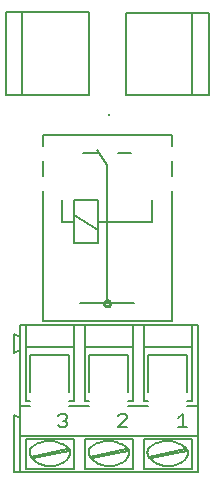
<source format=gto>
G75*
%MOIN*%
%OFA0B0*%
%FSLAX24Y24*%
%IPPOS*%
%LPD*%
%AMOC8*
5,1,8,0,0,1.08239X$1,22.5*
%
%ADD10R,0.0079X0.0079*%
%ADD11C,0.0060*%
%ADD12C,0.0050*%
%ADD13C,0.0100*%
D10*
X006813Y013754D03*
D11*
X003627Y003782D02*
X003627Y001882D01*
X003827Y001882D01*
X009767Y001882D01*
X009767Y003082D01*
X003827Y003082D01*
X003827Y003682D01*
X003827Y004082D01*
X004177Y004082D01*
X004177Y004232D02*
X004027Y004232D01*
X004027Y006032D01*
X005627Y006032D01*
X005627Y004232D01*
X005467Y004232D01*
X005477Y004082D02*
X006137Y004082D01*
X006147Y004232D02*
X005997Y004232D01*
X005997Y006032D01*
X005997Y006782D01*
X005627Y006782D01*
X004027Y006782D01*
X004027Y006032D01*
X003827Y005932D02*
X003827Y004082D01*
X003627Y003782D02*
X003827Y003682D01*
X003827Y003082D02*
X003827Y001882D01*
X004027Y001982D02*
X004027Y002982D01*
X005627Y002982D01*
X005627Y001982D01*
X004027Y001982D01*
X004267Y002332D02*
X005467Y002582D01*
X005417Y002632D02*
X004217Y002382D01*
X004227Y002342D02*
X004208Y002366D01*
X004192Y002391D01*
X004179Y002419D01*
X004169Y002447D01*
X004162Y002477D01*
X004158Y002507D01*
X004158Y002537D01*
X004162Y002568D01*
X004169Y002597D01*
X004179Y002626D01*
X004192Y002653D01*
X004208Y002679D01*
X004227Y002702D01*
X004249Y002724D01*
X004231Y002710D02*
X004280Y002745D01*
X004332Y002776D01*
X004385Y002804D01*
X004440Y002829D01*
X004496Y002850D01*
X004554Y002868D01*
X004612Y002882D01*
X004672Y002892D01*
X004732Y002899D01*
X004792Y002902D01*
X004852Y002901D01*
X004912Y002896D01*
X004972Y002888D01*
X005031Y002876D01*
X005089Y002860D01*
X005146Y002840D01*
X005202Y002817D01*
X005256Y002791D01*
X005308Y002761D01*
X005359Y002728D01*
X005407Y002692D01*
X005390Y002706D02*
X005416Y002689D01*
X005439Y002670D01*
X005459Y002647D01*
X005476Y002623D01*
X005490Y002596D01*
X005501Y002567D01*
X005507Y002538D01*
X005510Y002508D01*
X005509Y002477D01*
X005504Y002448D01*
X005495Y002419D01*
X005482Y002391D01*
X005466Y002366D01*
X005447Y002342D01*
X005997Y001982D02*
X005997Y002982D01*
X007597Y002982D01*
X007597Y001982D01*
X005997Y001982D01*
X006237Y002332D02*
X007437Y002582D01*
X007387Y002632D02*
X006187Y002382D01*
X006197Y002342D02*
X006178Y002366D01*
X006162Y002391D01*
X006149Y002419D01*
X006139Y002447D01*
X006132Y002477D01*
X006128Y002507D01*
X006128Y002537D01*
X006132Y002568D01*
X006139Y002597D01*
X006149Y002626D01*
X006162Y002653D01*
X006178Y002679D01*
X006197Y002702D01*
X006219Y002724D01*
X006195Y002340D02*
X006232Y002300D01*
X006272Y002263D01*
X006314Y002228D01*
X006358Y002197D01*
X006404Y002168D01*
X006452Y002143D01*
X006502Y002120D01*
X006553Y002102D01*
X006605Y002086D01*
X006659Y002075D01*
X006712Y002067D01*
X006767Y002062D01*
X006821Y002061D01*
X006876Y002064D01*
X006930Y002070D01*
X006983Y002080D01*
X007036Y002094D01*
X007087Y002111D01*
X007138Y002132D01*
X007187Y002155D01*
X007234Y002183D01*
X007279Y002213D01*
X007323Y002246D01*
X007363Y002282D01*
X007402Y002321D01*
X007437Y002362D01*
X007417Y002342D02*
X007436Y002366D01*
X007452Y002391D01*
X007465Y002419D01*
X007474Y002448D01*
X007479Y002477D01*
X007480Y002508D01*
X007477Y002538D01*
X007471Y002567D01*
X007460Y002596D01*
X007446Y002623D01*
X007429Y002647D01*
X007409Y002670D01*
X007386Y002689D01*
X007360Y002706D01*
X007967Y002982D02*
X007967Y001982D01*
X009567Y001982D01*
X009567Y002982D01*
X007967Y002982D01*
X008179Y002724D02*
X008157Y002702D01*
X008138Y002679D01*
X008122Y002653D01*
X008109Y002626D01*
X008099Y002597D01*
X008092Y002568D01*
X008088Y002537D01*
X008088Y002507D01*
X008092Y002477D01*
X008099Y002447D01*
X008109Y002419D01*
X008122Y002391D01*
X008138Y002366D01*
X008157Y002342D01*
X008197Y002332D02*
X009397Y002582D01*
X009347Y002632D02*
X008147Y002382D01*
X008161Y002710D02*
X008210Y002745D01*
X008262Y002776D01*
X008315Y002804D01*
X008370Y002829D01*
X008426Y002850D01*
X008484Y002868D01*
X008542Y002882D01*
X008602Y002892D01*
X008662Y002899D01*
X008722Y002902D01*
X008782Y002901D01*
X008842Y002896D01*
X008902Y002888D01*
X008961Y002876D01*
X009019Y002860D01*
X009076Y002840D01*
X009132Y002817D01*
X009186Y002791D01*
X009238Y002761D01*
X009289Y002728D01*
X009337Y002692D01*
X009320Y002706D02*
X009346Y002689D01*
X009369Y002670D01*
X009389Y002647D01*
X009406Y002623D01*
X009420Y002596D01*
X009431Y002567D01*
X009437Y002538D01*
X009440Y002508D01*
X009439Y002477D01*
X009434Y002448D01*
X009425Y002419D01*
X009412Y002391D01*
X009396Y002366D01*
X009377Y002342D01*
X009767Y003082D02*
X009767Y004082D01*
X009417Y004082D01*
X009417Y004232D02*
X009567Y004232D01*
X009567Y006032D01*
X009567Y006782D01*
X007967Y006782D01*
X007597Y006782D01*
X005997Y006782D01*
X005627Y006782D02*
X005627Y006032D01*
X005477Y005782D02*
X005477Y004532D01*
X006147Y004532D02*
X006147Y005782D01*
X007447Y005782D01*
X007447Y004532D01*
X007447Y004232D02*
X007597Y004232D01*
X007597Y006032D01*
X005997Y006032D01*
X005477Y005782D02*
X004177Y005782D01*
X004177Y004532D01*
X003627Y005832D02*
X003627Y006482D01*
X003827Y006382D01*
X003827Y005932D01*
X003627Y005832D01*
X003827Y006382D02*
X003827Y006782D01*
X004027Y006782D01*
X004596Y006886D02*
X004596Y011236D01*
X004596Y011736D02*
X004596Y012236D01*
X004596Y012736D02*
X004596Y013086D01*
X008896Y013086D01*
X008896Y012736D01*
X008896Y012236D02*
X008896Y011736D01*
X008896Y011236D02*
X008896Y006886D01*
X004596Y006886D01*
X005846Y007486D02*
X006746Y007486D01*
X007646Y007486D01*
X007597Y006782D02*
X007597Y006032D01*
X007967Y006032D02*
X007967Y004232D01*
X008117Y004232D01*
X008117Y004082D02*
X007447Y004082D01*
X008117Y004532D02*
X008117Y005782D01*
X009417Y005782D01*
X009417Y004532D01*
X009767Y004082D02*
X009767Y006782D01*
X009567Y006782D01*
X009567Y006032D02*
X007967Y006032D01*
X007967Y006782D01*
X006746Y007486D02*
X006746Y012086D01*
X006396Y012586D01*
X006446Y012486D02*
X005946Y012486D01*
X005646Y010936D02*
X005646Y010436D01*
X006446Y009936D01*
X006446Y010186D01*
X006446Y010936D01*
X005646Y010936D01*
X005646Y010436D02*
X005646Y010186D01*
X005646Y009486D01*
X006446Y009486D01*
X006446Y009936D01*
X006446Y010186D02*
X008246Y010186D01*
X008246Y010936D01*
X007546Y012486D02*
X007096Y012486D01*
X005646Y010186D02*
X005246Y010186D01*
X005246Y010936D01*
X005467Y002362D02*
X005432Y002321D01*
X005393Y002282D01*
X005352Y002246D01*
X005309Y002213D01*
X005264Y002183D01*
X005217Y002155D01*
X005168Y002132D01*
X005117Y002111D01*
X005066Y002094D01*
X005013Y002080D01*
X004960Y002070D01*
X004905Y002064D01*
X004851Y002061D01*
X004797Y002062D01*
X004742Y002067D01*
X004689Y002075D01*
X004635Y002086D01*
X004583Y002102D01*
X004532Y002121D01*
X004482Y002143D01*
X004434Y002168D01*
X004388Y002197D01*
X004344Y002228D01*
X004302Y002263D01*
X004262Y002300D01*
X004225Y002340D01*
X006201Y002710D02*
X006250Y002745D01*
X006302Y002776D01*
X006355Y002804D01*
X006410Y002829D01*
X006466Y002850D01*
X006524Y002868D01*
X006582Y002882D01*
X006642Y002892D01*
X006702Y002899D01*
X006762Y002902D01*
X006822Y002901D01*
X006882Y002896D01*
X006942Y002888D01*
X007001Y002876D01*
X007059Y002860D01*
X007116Y002840D01*
X007172Y002817D01*
X007226Y002791D01*
X007278Y002761D01*
X007329Y002728D01*
X007377Y002692D01*
X008155Y002340D02*
X008192Y002300D01*
X008232Y002263D01*
X008274Y002228D01*
X008318Y002197D01*
X008364Y002168D01*
X008412Y002143D01*
X008462Y002120D01*
X008513Y002102D01*
X008565Y002086D01*
X008619Y002075D01*
X008672Y002067D01*
X008727Y002062D01*
X008781Y002061D01*
X008836Y002064D01*
X008890Y002070D01*
X008943Y002080D01*
X008996Y002094D01*
X009047Y002111D01*
X009098Y002132D01*
X009147Y002155D01*
X009194Y002183D01*
X009239Y002213D01*
X009283Y002246D01*
X009323Y002282D01*
X009362Y002321D01*
X009397Y002362D01*
D12*
X009412Y003357D02*
X009112Y003357D01*
X009262Y003357D02*
X009262Y003808D01*
X009112Y003658D01*
X007412Y003658D02*
X007412Y003733D01*
X007337Y003808D01*
X007187Y003808D01*
X007112Y003733D01*
X007412Y003658D02*
X007112Y003357D01*
X007412Y003357D01*
X005412Y003432D02*
X005337Y003357D01*
X005187Y003357D01*
X005112Y003432D01*
X005262Y003582D02*
X005337Y003582D01*
X005412Y003507D01*
X005412Y003432D01*
X005337Y003582D02*
X005412Y003658D01*
X005412Y003733D01*
X005337Y003808D01*
X005187Y003808D01*
X005112Y003733D01*
X006124Y014439D02*
X003919Y014439D01*
X003919Y017194D01*
X003368Y017194D01*
X003368Y014439D01*
X003919Y014439D01*
X003919Y017194D02*
X006124Y017194D01*
X006124Y014439D01*
X007372Y014419D02*
X007372Y017175D01*
X009577Y017175D01*
X009577Y014419D01*
X010128Y014419D01*
X010128Y017175D01*
X009577Y017175D01*
X009577Y014419D02*
X007372Y014419D01*
D13*
X006646Y007486D02*
X006648Y007506D01*
X006654Y007524D01*
X006663Y007542D01*
X006675Y007557D01*
X006690Y007569D01*
X006708Y007578D01*
X006726Y007584D01*
X006746Y007586D01*
X006766Y007584D01*
X006784Y007578D01*
X006802Y007569D01*
X006817Y007557D01*
X006829Y007542D01*
X006838Y007524D01*
X006844Y007506D01*
X006846Y007486D01*
X006844Y007466D01*
X006838Y007448D01*
X006829Y007430D01*
X006817Y007415D01*
X006802Y007403D01*
X006784Y007394D01*
X006766Y007388D01*
X006746Y007386D01*
X006726Y007388D01*
X006708Y007394D01*
X006690Y007403D01*
X006675Y007415D01*
X006663Y007430D01*
X006654Y007448D01*
X006648Y007466D01*
X006646Y007486D01*
M02*

</source>
